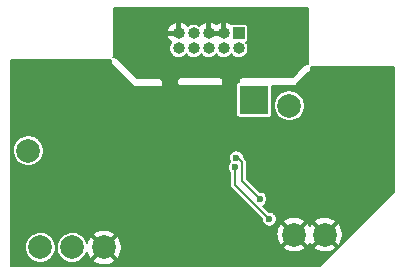
<source format=gbr>
%TF.GenerationSoftware,KiCad,Pcbnew,(5.99.0-2195-g476558ece)*%
%TF.CreationDate,2021-12-21T14:22:00-08:00*%
%TF.ProjectId,wwu_pico1,7777755f-7069-4636-9f31-2e6b69636164,rev?*%
%TF.SameCoordinates,Original*%
%TF.FileFunction,Copper,L2,Bot*%
%TF.FilePolarity,Positive*%
%FSLAX46Y46*%
G04 Gerber Fmt 4.6, Leading zero omitted, Abs format (unit mm)*
G04 Created by KiCad (PCBNEW (5.99.0-2195-g476558ece)) date 2021-12-21 14:22:00*
%MOMM*%
%LPD*%
G01*
G04 APERTURE LIST*
%TA.AperFunction,ComponentPad*%
%ADD10C,1.998980*%
%TD*%
%TA.AperFunction,ComponentPad*%
%ADD11R,1.000000X1.000000*%
%TD*%
%TA.AperFunction,ComponentPad*%
%ADD12O,1.000000X1.000000*%
%TD*%
%TA.AperFunction,ComponentPad*%
%ADD13R,2.400000X2.400000*%
%TD*%
%TA.AperFunction,ComponentPad*%
%ADD14C,2.400000*%
%TD*%
%TA.AperFunction,ViaPad*%
%ADD15C,0.600000*%
%TD*%
%TA.AperFunction,Conductor*%
%ADD16C,0.203200*%
%TD*%
%TA.AperFunction,Conductor*%
%ADD17C,0.210000*%
%TD*%
G04 APERTURE END LIST*
D10*
%TO.P,J7,1,Pin_1*%
%TO.N,GND*%
X127300000Y-86600000D03*
%TD*%
%TO.P,J6,1,Pin_1*%
%TO.N,Net-(D4-Pad2)*%
X124600000Y-86600000D03*
%TD*%
%TO.P,J5,1,Pin_1*%
%TO.N,GND*%
X143400000Y-85500000D03*
%TD*%
%TO.P,J4,1,Pin_1*%
%TO.N,Net-(D3-Pad2)*%
X121900000Y-86600000D03*
%TD*%
%TO.P,J3,1,Pin_1*%
%TO.N,GND*%
X146000000Y-85500000D03*
%TD*%
%TO.P,J2,1,Pin_1*%
%TO.N,Net-(D2-Pad2)*%
X120900000Y-78400000D03*
%TD*%
D11*
%TO.P,J1,1,Pin_1*%
%TO.N,VDD*%
X138694134Y-68471908D03*
D12*
%TO.P,J1,2,Pin_2*%
%TO.N,/SWDIO*%
X138694134Y-69741908D03*
%TO.P,J1,3,Pin_3*%
%TO.N,GND*%
X137424134Y-68471908D03*
%TO.P,J1,4,Pin_4*%
%TO.N,/SWDCLK*%
X137424134Y-69741908D03*
%TO.P,J1,5,Pin_5*%
%TO.N,GND*%
X136154134Y-68471908D03*
%TO.P,J1,6,Pin_6*%
%TO.N,/SWO*%
X136154134Y-69741908D03*
%TO.P,J1,7,Pin_7*%
%TO.N,Net-(J1-Pad7)*%
X134884134Y-68471908D03*
%TO.P,J1,8,Pin_8*%
%TO.N,Net-(J1-Pad8)*%
X134884134Y-69741908D03*
%TO.P,J1,9,Pin_9*%
%TO.N,GND*%
X133614134Y-68471908D03*
%TO.P,J1,10,Pin_10*%
%TO.N,/~RESET*%
X133614134Y-69741908D03*
%TD*%
D10*
%TO.P,H2,1,1*%
%TO.N,GND*%
X145500000Y-76900000D03*
%TD*%
%TO.P,H1,1,1*%
%TO.N,Net-(C12-Pad2)*%
X143000000Y-74600000D03*
%TD*%
D13*
%TO.P,C4,1*%
%TO.N,VDD*%
X140000000Y-74100000D03*
D14*
%TO.P,C4,2*%
%TO.N,GND*%
X135000000Y-74100000D03*
%TD*%
D15*
%TO.N,GND*%
X129000000Y-73100000D03*
X149925000Y-81425000D03*
X150700000Y-72500000D03*
X151400000Y-71800000D03*
X145200000Y-75300000D03*
X145800000Y-74700000D03*
X144600000Y-74700000D03*
X147250000Y-79950000D03*
X146450000Y-79950000D03*
X146850000Y-79400000D03*
X146850000Y-78750000D03*
X125400000Y-73400000D03*
X126000000Y-72800000D03*
X122500000Y-72100000D03*
X123100000Y-71500000D03*
X127200000Y-78000000D03*
X130050000Y-78050000D03*
X128700000Y-78200000D03*
X125000000Y-80100000D03*
X130200000Y-84700000D03*
X134800000Y-84700000D03*
X141000000Y-87200000D03*
X141600000Y-86600000D03*
X135900000Y-81300000D03*
X139000000Y-82900000D03*
X140700000Y-81600000D03*
X142500000Y-79800000D03*
%TO.N,Net-(U2-Pad18)*%
X140500000Y-82500000D03*
X138500000Y-79000000D03*
%TO.N,Net-(U2-Pad17)*%
X138400000Y-79800000D03*
X141300000Y-84200000D03*
%TO.N,GND*%
X122500000Y-77900000D03*
X123300000Y-77200000D03*
%TD*%
D16*
%TO.N,Net-(U2-Pad18)*%
X139000000Y-81000000D02*
X139000000Y-79400000D01*
X140500000Y-82500000D02*
X139000000Y-81000000D01*
X138600000Y-79000000D02*
X138500000Y-79000000D01*
X139000000Y-79400000D02*
X138600000Y-79000000D01*
%TO.N,Net-(U2-Pad17)*%
X141300000Y-84200000D02*
X138400000Y-81300000D01*
X138400000Y-81300000D02*
X138400000Y-79800000D01*
%TD*%
%TO.N,GND*%
D17*
X144586001Y-70992231D02*
X144585943Y-71059343D01*
X144591132Y-71082184D01*
X144599349Y-71099296D01*
X144582722Y-71091276D01*
X144559892Y-71086047D01*
X144553663Y-71086041D01*
X144547789Y-71083979D01*
X144524520Y-71081328D01*
X144482721Y-71085979D01*
X144440657Y-71085943D01*
X144417816Y-71091133D01*
X144412208Y-71093826D01*
X144405998Y-71094517D01*
X144383837Y-71102245D01*
X144348463Y-71124435D01*
X144310336Y-71142744D01*
X144292005Y-71157325D01*
X144265618Y-71190319D01*
X143269938Y-72186000D01*
X139006621Y-72186000D01*
X138940657Y-72185943D01*
X138917816Y-72191132D01*
X138895826Y-72201692D01*
X138872043Y-72207117D01*
X138850937Y-72217274D01*
X138832075Y-72232304D01*
X138810334Y-72242744D01*
X138792004Y-72257325D01*
X138776768Y-72276376D01*
X138757688Y-72291580D01*
X138743076Y-72309885D01*
X138732598Y-72331608D01*
X138717519Y-72350464D01*
X138707315Y-72371598D01*
X138701895Y-72395262D01*
X138691276Y-72417278D01*
X138686046Y-72440111D01*
X138686020Y-72470344D01*
X138686000Y-72470520D01*
X138686000Y-72493378D01*
X138685943Y-72559330D01*
X138686000Y-72559581D01*
X138686000Y-72593378D01*
X138685992Y-72602899D01*
X138668799Y-72610021D01*
X138582302Y-72667817D01*
X138567817Y-72682302D01*
X138510021Y-72768799D01*
X138502181Y-72787726D01*
X138482888Y-72884722D01*
X138481886Y-72894891D01*
X138481886Y-75305109D01*
X138482888Y-75315278D01*
X138502181Y-75412274D01*
X138510021Y-75431201D01*
X138567817Y-75517698D01*
X138582302Y-75532183D01*
X138668799Y-75589979D01*
X138687726Y-75597819D01*
X138784722Y-75617112D01*
X138794891Y-75618114D01*
X141205109Y-75618114D01*
X141215278Y-75617112D01*
X141312274Y-75597819D01*
X141331201Y-75589979D01*
X141417698Y-75532183D01*
X141432183Y-75517698D01*
X141489979Y-75431201D01*
X141497819Y-75412274D01*
X141517112Y-75315278D01*
X141518114Y-75305109D01*
X141518114Y-74570119D01*
X141681952Y-74570119D01*
X141696091Y-74794841D01*
X141697492Y-74803998D01*
X141751202Y-75022663D01*
X141754202Y-75031427D01*
X141845785Y-75237127D01*
X141850290Y-75245221D01*
X141976852Y-75431451D01*
X141982719Y-75438620D01*
X142140261Y-75599494D01*
X142147304Y-75605510D01*
X142330843Y-75735945D01*
X142338841Y-75740619D01*
X142542577Y-75836489D01*
X142551276Y-75839673D01*
X142768770Y-75897950D01*
X142777895Y-75899543D01*
X143002271Y-75918384D01*
X143011534Y-75918335D01*
X143235701Y-75897146D01*
X143244809Y-75895457D01*
X143461681Y-75834906D01*
X143470346Y-75831632D01*
X143673067Y-75733632D01*
X143681016Y-75728875D01*
X143863179Y-75596526D01*
X143870159Y-75590437D01*
X144026007Y-75427921D01*
X144031799Y-75420691D01*
X144156403Y-75233146D01*
X144160823Y-75225005D01*
X144250247Y-75018359D01*
X144253156Y-75009564D01*
X144304729Y-74789682D01*
X144306088Y-74779141D01*
X144313673Y-74489459D01*
X144312867Y-74478862D01*
X144272873Y-74256583D01*
X144270429Y-74247648D01*
X144191943Y-74036604D01*
X144187955Y-74028243D01*
X144073335Y-73834433D01*
X144067930Y-73826910D01*
X143920802Y-73656461D01*
X143914150Y-73650015D01*
X143739163Y-73508313D01*
X143731474Y-73503147D01*
X143534161Y-73394672D01*
X143525679Y-73390948D01*
X143312273Y-73319130D01*
X143303265Y-73316967D01*
X143080514Y-73284075D01*
X143071267Y-73283542D01*
X142846212Y-73290614D01*
X142837016Y-73291727D01*
X142616771Y-73338542D01*
X142607917Y-73341265D01*
X142399442Y-73426343D01*
X142391211Y-73430591D01*
X142201097Y-73551241D01*
X142193748Y-73556880D01*
X142028004Y-73709289D01*
X142021769Y-73716140D01*
X141885634Y-73895492D01*
X141880712Y-73903339D01*
X141778489Y-74103964D01*
X141775034Y-74112559D01*
X141709953Y-74328115D01*
X141708075Y-74337186D01*
X141682195Y-74560859D01*
X141681952Y-74570119D01*
X141518114Y-74570119D01*
X141518114Y-72914000D01*
X143346453Y-72914000D01*
X143352208Y-72916021D01*
X143375480Y-72918672D01*
X143417466Y-72914000D01*
X143429511Y-72914000D01*
X143441112Y-72912693D01*
X143452450Y-72910107D01*
X143494001Y-72905483D01*
X143516160Y-72897756D01*
X143521628Y-72894326D01*
X143527959Y-72892882D01*
X143549064Y-72882725D01*
X143582146Y-72856363D01*
X143592049Y-72850151D01*
X143601215Y-72842847D01*
X143609480Y-72834582D01*
X143642312Y-72808420D01*
X143656925Y-72790114D01*
X143659699Y-72784363D01*
X144684166Y-71759897D01*
X144689666Y-71757256D01*
X144707997Y-71742675D01*
X144734386Y-71709677D01*
X144742898Y-71701165D01*
X144750179Y-71692036D01*
X144756367Y-71682191D01*
X144782478Y-71649540D01*
X144792684Y-71628407D01*
X144794126Y-71622113D01*
X144797579Y-71616618D01*
X144805320Y-71594513D01*
X144810072Y-71552485D01*
X144812683Y-71541085D01*
X144814000Y-71529438D01*
X144814000Y-71517744D01*
X144818715Y-71476036D01*
X144816104Y-71452758D01*
X144814000Y-71446733D01*
X144814000Y-71417744D01*
X144818715Y-71376036D01*
X144816104Y-71352758D01*
X144802237Y-71313050D01*
X144799269Y-71300037D01*
X144817279Y-71308725D01*
X144840112Y-71313954D01*
X144870343Y-71313980D01*
X144870519Y-71314000D01*
X144893379Y-71314000D01*
X144959330Y-71314057D01*
X144959581Y-71314000D01*
X151886000Y-71314000D01*
X151886001Y-81869936D01*
X145569938Y-88186000D01*
X119414000Y-88186000D01*
X119414000Y-86570119D01*
X120581952Y-86570119D01*
X120596091Y-86794841D01*
X120597492Y-86803998D01*
X120651202Y-87022663D01*
X120654202Y-87031427D01*
X120745785Y-87237127D01*
X120750290Y-87245221D01*
X120876852Y-87431451D01*
X120882719Y-87438620D01*
X121040261Y-87599494D01*
X121047304Y-87605510D01*
X121230843Y-87735945D01*
X121238841Y-87740619D01*
X121442577Y-87836489D01*
X121451276Y-87839673D01*
X121668770Y-87897950D01*
X121677895Y-87899543D01*
X121902271Y-87918384D01*
X121911534Y-87918335D01*
X122135701Y-87897146D01*
X122144809Y-87895457D01*
X122361681Y-87834906D01*
X122370346Y-87831632D01*
X122573067Y-87733632D01*
X122581016Y-87728875D01*
X122763179Y-87596526D01*
X122770159Y-87590437D01*
X122926007Y-87427921D01*
X122931799Y-87420691D01*
X123056403Y-87233146D01*
X123060823Y-87225005D01*
X123150247Y-87018359D01*
X123153156Y-87009564D01*
X123204729Y-86789682D01*
X123206088Y-86779141D01*
X123211561Y-86570119D01*
X123281952Y-86570119D01*
X123296091Y-86794841D01*
X123297492Y-86803998D01*
X123351202Y-87022663D01*
X123354202Y-87031427D01*
X123445785Y-87237127D01*
X123450290Y-87245221D01*
X123576852Y-87431451D01*
X123582719Y-87438620D01*
X123740261Y-87599494D01*
X123747304Y-87605510D01*
X123930843Y-87735945D01*
X123938841Y-87740619D01*
X124142577Y-87836489D01*
X124151276Y-87839673D01*
X124368770Y-87897950D01*
X124377895Y-87899543D01*
X124602271Y-87918384D01*
X124611534Y-87918335D01*
X124835701Y-87897146D01*
X124844809Y-87895457D01*
X125061681Y-87834906D01*
X125070346Y-87831632D01*
X125273067Y-87733632D01*
X125281016Y-87728875D01*
X125347188Y-87680798D01*
X126354967Y-87680798D01*
X126361399Y-87775151D01*
X126489070Y-87872058D01*
X126496512Y-87876772D01*
X126714992Y-87990505D01*
X126723121Y-87993897D01*
X126957641Y-88069194D01*
X126966226Y-88071168D01*
X127210079Y-88105873D01*
X127218873Y-88106372D01*
X127465088Y-88099495D01*
X127473842Y-88098506D01*
X127715377Y-88050242D01*
X127723837Y-88047792D01*
X127953789Y-87959522D01*
X127961716Y-87955681D01*
X128173507Y-87829929D01*
X128180673Y-87824808D01*
X128242096Y-87772533D01*
X128245752Y-87681517D01*
X127343078Y-86778842D01*
X127256922Y-86778842D01*
X126354967Y-87680798D01*
X125347188Y-87680798D01*
X125463179Y-87596526D01*
X125470159Y-87590437D01*
X125626007Y-87427921D01*
X125631799Y-87420691D01*
X125756403Y-87233146D01*
X125760823Y-87225005D01*
X125850247Y-87018359D01*
X125852821Y-87010578D01*
X125870935Y-87083231D01*
X125873781Y-87091568D01*
X125972785Y-87317106D01*
X125976995Y-87324843D01*
X126117724Y-87538270D01*
X126215984Y-87548251D01*
X127121158Y-86643078D01*
X127121158Y-86556922D01*
X127478842Y-86556922D01*
X127478842Y-86643078D01*
X128381200Y-87545436D01*
X128472740Y-87541360D01*
X128532446Y-87469952D01*
X128537505Y-87462741D01*
X128661404Y-87249860D01*
X128665175Y-87241900D01*
X128751435Y-87011187D01*
X128753812Y-87002705D01*
X128800012Y-86760512D01*
X128800933Y-86751249D01*
X128802569Y-86580798D01*
X142454967Y-86580798D01*
X142461399Y-86675151D01*
X142589070Y-86772058D01*
X142596512Y-86776772D01*
X142814992Y-86890505D01*
X142823121Y-86893897D01*
X143057641Y-86969194D01*
X143066226Y-86971168D01*
X143310079Y-87005873D01*
X143318873Y-87006372D01*
X143565088Y-86999495D01*
X143573842Y-86998506D01*
X143815377Y-86950242D01*
X143823837Y-86947792D01*
X144053789Y-86859522D01*
X144061716Y-86855681D01*
X144273507Y-86729929D01*
X144280673Y-86724808D01*
X144342096Y-86672533D01*
X144345752Y-86581517D01*
X144345034Y-86580798D01*
X145054967Y-86580798D01*
X145061399Y-86675151D01*
X145189070Y-86772058D01*
X145196512Y-86776772D01*
X145414992Y-86890505D01*
X145423121Y-86893897D01*
X145657641Y-86969194D01*
X145666226Y-86971168D01*
X145910079Y-87005873D01*
X145918873Y-87006372D01*
X146165088Y-86999495D01*
X146173842Y-86998506D01*
X146415377Y-86950242D01*
X146423837Y-86947792D01*
X146653789Y-86859522D01*
X146661716Y-86855681D01*
X146873507Y-86729929D01*
X146880673Y-86724808D01*
X146942096Y-86672533D01*
X146945752Y-86581517D01*
X146043078Y-85678842D01*
X145956922Y-85678842D01*
X145054967Y-86580798D01*
X144345034Y-86580798D01*
X143443078Y-85678842D01*
X143356922Y-85678842D01*
X142454967Y-86580798D01*
X128802569Y-86580798D01*
X128803560Y-86477593D01*
X128802817Y-86468314D01*
X128761274Y-86225278D01*
X128759061Y-86216751D01*
X128677246Y-85984426D01*
X128673628Y-85976395D01*
X128553839Y-85761176D01*
X128548920Y-85753869D01*
X128473461Y-85660014D01*
X128380771Y-85654994D01*
X127478842Y-86556922D01*
X127121158Y-86556922D01*
X126217378Y-85653142D01*
X126120242Y-85662068D01*
X125991154Y-85849893D01*
X125986797Y-85857548D01*
X125883481Y-86081143D01*
X125880475Y-86089423D01*
X125851509Y-86196775D01*
X125791943Y-86036604D01*
X125787955Y-86028243D01*
X125673335Y-85834433D01*
X125667930Y-85826910D01*
X125520802Y-85656461D01*
X125514150Y-85650015D01*
X125352027Y-85518730D01*
X126354495Y-85518730D01*
X127256922Y-86421158D01*
X127343078Y-86421158D01*
X128246712Y-85517524D01*
X128245870Y-85489924D01*
X141891479Y-85489924D01*
X141909946Y-85735541D01*
X141911347Y-85744237D01*
X141970935Y-85983231D01*
X141973781Y-85991568D01*
X142072785Y-86217106D01*
X142076995Y-86224843D01*
X142217724Y-86438270D01*
X142315984Y-86448251D01*
X143221158Y-85543078D01*
X143221158Y-85456922D01*
X143578842Y-85456922D01*
X143578842Y-85543078D01*
X144481200Y-86445436D01*
X144572740Y-86441360D01*
X144632446Y-86369952D01*
X144637505Y-86362741D01*
X144698649Y-86257684D01*
X144817724Y-86438270D01*
X144915984Y-86448251D01*
X145821158Y-85543078D01*
X145821158Y-85456922D01*
X146178842Y-85456922D01*
X146178842Y-85543078D01*
X147081200Y-86445436D01*
X147172740Y-86441360D01*
X147232446Y-86369952D01*
X147237505Y-86362741D01*
X147361404Y-86149860D01*
X147365175Y-86141900D01*
X147451435Y-85911187D01*
X147453812Y-85902705D01*
X147500012Y-85660512D01*
X147500933Y-85651249D01*
X147503560Y-85377593D01*
X147502817Y-85368314D01*
X147461274Y-85125278D01*
X147459061Y-85116751D01*
X147377246Y-84884426D01*
X147373628Y-84876395D01*
X147253839Y-84661176D01*
X147248920Y-84653869D01*
X147173461Y-84560014D01*
X147080771Y-84554994D01*
X146178842Y-85456922D01*
X145821158Y-85456922D01*
X144917378Y-84553142D01*
X144820242Y-84562068D01*
X144697820Y-84740194D01*
X144653839Y-84661176D01*
X144648920Y-84653869D01*
X144573461Y-84560014D01*
X144480771Y-84554994D01*
X143578842Y-85456922D01*
X143221158Y-85456922D01*
X142317378Y-84553142D01*
X142220242Y-84562068D01*
X142091154Y-84749893D01*
X142086797Y-84757548D01*
X141983481Y-84981143D01*
X141980475Y-84989423D01*
X141916310Y-85227230D01*
X141914743Y-85235898D01*
X141891563Y-85481115D01*
X141891479Y-85489924D01*
X128245870Y-85489924D01*
X128243968Y-85427666D01*
X128204027Y-85392327D01*
X128196958Y-85387068D01*
X127987620Y-85257272D01*
X127979768Y-85253280D01*
X127751553Y-85160612D01*
X127743141Y-85158000D01*
X127502577Y-85105108D01*
X127493845Y-85103951D01*
X127247807Y-85092348D01*
X127239004Y-85092678D01*
X126994530Y-85122696D01*
X126985909Y-85124505D01*
X126749987Y-85195285D01*
X126741794Y-85198521D01*
X126521171Y-85308038D01*
X126513640Y-85312608D01*
X126361926Y-85423239D01*
X126354495Y-85518730D01*
X125352027Y-85518730D01*
X125339163Y-85508313D01*
X125331474Y-85503147D01*
X125134161Y-85394672D01*
X125125679Y-85390948D01*
X124912273Y-85319130D01*
X124903265Y-85316967D01*
X124680514Y-85284075D01*
X124671267Y-85283542D01*
X124446212Y-85290614D01*
X124437016Y-85291727D01*
X124216771Y-85338542D01*
X124207917Y-85341265D01*
X123999442Y-85426343D01*
X123991211Y-85430591D01*
X123801097Y-85551241D01*
X123793748Y-85556880D01*
X123628004Y-85709289D01*
X123621769Y-85716140D01*
X123485634Y-85895492D01*
X123480712Y-85903339D01*
X123378489Y-86103964D01*
X123375034Y-86112559D01*
X123309953Y-86328115D01*
X123308075Y-86337186D01*
X123282195Y-86560859D01*
X123281952Y-86570119D01*
X123211561Y-86570119D01*
X123213673Y-86489459D01*
X123212867Y-86478862D01*
X123172873Y-86256583D01*
X123170429Y-86247648D01*
X123091943Y-86036604D01*
X123087955Y-86028243D01*
X122973335Y-85834433D01*
X122967930Y-85826910D01*
X122820802Y-85656461D01*
X122814150Y-85650015D01*
X122639163Y-85508313D01*
X122631474Y-85503147D01*
X122434161Y-85394672D01*
X122425679Y-85390948D01*
X122212273Y-85319130D01*
X122203265Y-85316967D01*
X121980514Y-85284075D01*
X121971267Y-85283542D01*
X121746212Y-85290614D01*
X121737016Y-85291727D01*
X121516771Y-85338542D01*
X121507917Y-85341265D01*
X121299442Y-85426343D01*
X121291211Y-85430591D01*
X121101097Y-85551241D01*
X121093748Y-85556880D01*
X120928004Y-85709289D01*
X120921769Y-85716140D01*
X120785634Y-85895492D01*
X120780712Y-85903339D01*
X120678489Y-86103964D01*
X120675034Y-86112559D01*
X120609953Y-86328115D01*
X120608075Y-86337186D01*
X120582195Y-86560859D01*
X120581952Y-86570119D01*
X119414000Y-86570119D01*
X119414000Y-78370119D01*
X119581952Y-78370119D01*
X119596091Y-78594841D01*
X119597492Y-78603998D01*
X119651202Y-78822663D01*
X119654202Y-78831427D01*
X119745785Y-79037127D01*
X119750290Y-79045221D01*
X119876852Y-79231451D01*
X119882719Y-79238620D01*
X120040261Y-79399494D01*
X120047304Y-79405510D01*
X120230843Y-79535945D01*
X120238841Y-79540619D01*
X120442577Y-79636489D01*
X120451276Y-79639673D01*
X120668770Y-79697950D01*
X120677895Y-79699543D01*
X120902271Y-79718384D01*
X120911534Y-79718335D01*
X121098926Y-79700622D01*
X137784000Y-79700622D01*
X137784000Y-79899378D01*
X137787160Y-79917299D01*
X137855139Y-80104069D01*
X137864238Y-80119829D01*
X137982401Y-80260650D01*
X137982400Y-81228783D01*
X137978398Y-81240178D01*
X137975747Y-81263450D01*
X137982400Y-81323235D01*
X137982400Y-81341188D01*
X137983707Y-81352790D01*
X137987578Y-81369761D01*
X137994165Y-81428948D01*
X138001891Y-81451106D01*
X138008559Y-81461736D01*
X138011366Y-81474041D01*
X138021523Y-81495146D01*
X138059090Y-81542289D01*
X138068368Y-81557081D01*
X138075672Y-81566247D01*
X138088021Y-81578596D01*
X138125284Y-81625358D01*
X138143590Y-81639972D01*
X138154808Y-81645383D01*
X140684000Y-84174575D01*
X140684000Y-84299378D01*
X140687160Y-84317299D01*
X140755139Y-84504069D01*
X140764238Y-84519829D01*
X140891996Y-84672085D01*
X140905936Y-84683782D01*
X141078064Y-84783160D01*
X141095164Y-84789384D01*
X141290901Y-84823898D01*
X141309099Y-84823898D01*
X141504836Y-84789384D01*
X141521936Y-84783160D01*
X141694064Y-84683782D01*
X141708004Y-84672085D01*
X141835762Y-84519829D01*
X141844861Y-84504069D01*
X141875921Y-84418730D01*
X142454495Y-84418730D01*
X143356922Y-85321158D01*
X143443078Y-85321158D01*
X144345506Y-84418730D01*
X145054495Y-84418730D01*
X145956922Y-85321158D01*
X146043078Y-85321158D01*
X146946712Y-84417524D01*
X146943968Y-84327666D01*
X146904027Y-84292327D01*
X146896958Y-84287068D01*
X146687620Y-84157272D01*
X146679768Y-84153280D01*
X146451553Y-84060612D01*
X146443141Y-84058000D01*
X146202577Y-84005108D01*
X146193845Y-84003951D01*
X145947807Y-83992348D01*
X145939004Y-83992678D01*
X145694530Y-84022696D01*
X145685909Y-84024505D01*
X145449987Y-84095285D01*
X145441794Y-84098521D01*
X145221171Y-84208038D01*
X145213640Y-84212608D01*
X145061926Y-84323239D01*
X145054495Y-84418730D01*
X144345506Y-84418730D01*
X144346712Y-84417524D01*
X144343968Y-84327666D01*
X144304027Y-84292327D01*
X144296958Y-84287068D01*
X144087620Y-84157272D01*
X144079768Y-84153280D01*
X143851553Y-84060612D01*
X143843141Y-84058000D01*
X143602577Y-84005108D01*
X143593845Y-84003951D01*
X143347807Y-83992348D01*
X143339004Y-83992678D01*
X143094530Y-84022696D01*
X143085909Y-84024505D01*
X142849987Y-84095285D01*
X142841794Y-84098521D01*
X142621171Y-84208038D01*
X142613640Y-84212608D01*
X142461926Y-84323239D01*
X142454495Y-84418730D01*
X141875921Y-84418730D01*
X141912840Y-84317299D01*
X141916000Y-84299378D01*
X141916000Y-84100622D01*
X141912840Y-84082701D01*
X141844861Y-83895931D01*
X141835762Y-83880171D01*
X141708004Y-83727915D01*
X141694064Y-83716218D01*
X141521936Y-83616840D01*
X141504836Y-83610616D01*
X141309099Y-83576102D01*
X141290902Y-83576102D01*
X141270308Y-83579733D01*
X140754775Y-83064200D01*
X140894064Y-82983782D01*
X140908004Y-82972085D01*
X141035762Y-82819829D01*
X141044861Y-82804069D01*
X141112840Y-82617299D01*
X141116000Y-82599378D01*
X141116000Y-82400622D01*
X141112840Y-82382701D01*
X141044861Y-82195931D01*
X141035762Y-82180171D01*
X140908004Y-82027915D01*
X140894064Y-82016218D01*
X140721936Y-81916840D01*
X140704836Y-81910616D01*
X140509099Y-81876102D01*
X140490902Y-81876102D01*
X140470308Y-81879733D01*
X139417600Y-80827026D01*
X139417600Y-79471216D01*
X139421602Y-79459821D01*
X139424253Y-79436549D01*
X139417600Y-79376764D01*
X139417600Y-79358811D01*
X139416293Y-79347209D01*
X139412422Y-79330238D01*
X139405835Y-79271050D01*
X139398108Y-79248891D01*
X139391441Y-79238263D01*
X139388634Y-79225958D01*
X139378477Y-79204853D01*
X139340912Y-79157713D01*
X139331632Y-79142919D01*
X139324327Y-79133752D01*
X139311984Y-79121409D01*
X139274716Y-79074642D01*
X139256412Y-79060029D01*
X139245192Y-79054617D01*
X139116000Y-78925426D01*
X139116000Y-78900622D01*
X139112840Y-78882701D01*
X139044861Y-78695931D01*
X139035762Y-78680171D01*
X138908004Y-78527915D01*
X138894064Y-78516218D01*
X138721936Y-78416840D01*
X138704836Y-78410616D01*
X138509099Y-78376102D01*
X138490901Y-78376102D01*
X138295164Y-78410616D01*
X138278064Y-78416840D01*
X138105936Y-78516218D01*
X138091996Y-78527915D01*
X137964238Y-78680171D01*
X137955139Y-78695931D01*
X137887160Y-78882701D01*
X137884000Y-78900622D01*
X137884000Y-79099378D01*
X137887160Y-79117299D01*
X137955139Y-79304069D01*
X137964238Y-79319829D01*
X137981509Y-79340412D01*
X137864238Y-79480171D01*
X137855139Y-79495931D01*
X137787160Y-79682701D01*
X137784000Y-79700622D01*
X121098926Y-79700622D01*
X121135701Y-79697146D01*
X121144809Y-79695457D01*
X121361681Y-79634906D01*
X121370346Y-79631632D01*
X121573067Y-79533632D01*
X121581016Y-79528875D01*
X121763179Y-79396526D01*
X121770159Y-79390437D01*
X121926007Y-79227921D01*
X121931799Y-79220691D01*
X122056403Y-79033146D01*
X122060823Y-79025005D01*
X122150247Y-78818359D01*
X122153156Y-78809564D01*
X122204729Y-78589682D01*
X122206088Y-78579141D01*
X122213673Y-78289459D01*
X122212867Y-78278862D01*
X122172873Y-78056583D01*
X122170429Y-78047648D01*
X122091943Y-77836604D01*
X122087955Y-77828243D01*
X121973335Y-77634433D01*
X121967930Y-77626910D01*
X121820802Y-77456461D01*
X121814150Y-77450015D01*
X121639163Y-77308313D01*
X121631474Y-77303147D01*
X121434161Y-77194672D01*
X121425679Y-77190948D01*
X121212273Y-77119130D01*
X121203265Y-77116967D01*
X120980514Y-77084075D01*
X120971267Y-77083542D01*
X120746212Y-77090614D01*
X120737016Y-77091727D01*
X120516771Y-77138542D01*
X120507917Y-77141265D01*
X120299442Y-77226343D01*
X120291211Y-77230591D01*
X120101097Y-77351241D01*
X120093748Y-77356880D01*
X119928004Y-77509289D01*
X119921769Y-77516140D01*
X119785634Y-77695492D01*
X119780712Y-77703339D01*
X119678489Y-77903964D01*
X119675034Y-77912559D01*
X119609953Y-78128115D01*
X119608075Y-78137186D01*
X119582195Y-78360859D01*
X119581952Y-78370119D01*
X119414000Y-78370119D01*
X119414000Y-70714000D01*
X127793378Y-70714000D01*
X127859342Y-70714057D01*
X127882183Y-70708868D01*
X127900830Y-70699914D01*
X127897993Y-70712300D01*
X127883979Y-70752209D01*
X127881328Y-70775480D01*
X127886000Y-70817466D01*
X127886000Y-70846453D01*
X127883979Y-70852208D01*
X127881328Y-70875480D01*
X127886000Y-70917466D01*
X127886000Y-70929511D01*
X127887307Y-70941112D01*
X127889893Y-70952450D01*
X127894517Y-70994001D01*
X127902244Y-71016160D01*
X127905674Y-71021628D01*
X127907118Y-71027959D01*
X127917275Y-71049063D01*
X127943637Y-71082146D01*
X127949851Y-71092052D01*
X127957154Y-71101216D01*
X127965418Y-71109480D01*
X127991581Y-71142312D01*
X128009887Y-71156925D01*
X128015636Y-71159698D01*
X129740103Y-72884166D01*
X129742744Y-72889666D01*
X129757325Y-72907997D01*
X129790323Y-72934386D01*
X129798835Y-72942898D01*
X129807962Y-72950178D01*
X129817807Y-72956365D01*
X129850461Y-72982479D01*
X129871596Y-72992685D01*
X129877884Y-72994125D01*
X129883379Y-72997579D01*
X129905487Y-73005320D01*
X129947510Y-73010071D01*
X129958913Y-73012683D01*
X129970561Y-73014000D01*
X129982262Y-73014000D01*
X130023964Y-73018714D01*
X130047240Y-73016104D01*
X130053265Y-73014000D01*
X131993378Y-73014000D01*
X132059342Y-73014057D01*
X132082183Y-73008868D01*
X132104173Y-72998308D01*
X132127956Y-72992883D01*
X132149062Y-72982726D01*
X132167924Y-72967696D01*
X132189666Y-72957256D01*
X132207998Y-72942674D01*
X132223231Y-72923624D01*
X132242310Y-72908422D01*
X132256924Y-72890116D01*
X132267402Y-72868393D01*
X132282480Y-72849538D01*
X132292685Y-72828405D01*
X132298105Y-72804740D01*
X132308725Y-72782721D01*
X132313954Y-72759889D01*
X132313980Y-72729657D01*
X132314000Y-72729481D01*
X132314000Y-72706622D01*
X132314057Y-72640670D01*
X132314000Y-72640419D01*
X132314000Y-72606622D01*
X132314040Y-72559330D01*
X133485943Y-72559330D01*
X133486000Y-72559581D01*
X133486000Y-72593378D01*
X133485943Y-72659343D01*
X133491132Y-72682183D01*
X133501692Y-72704175D01*
X133507117Y-72727957D01*
X133517274Y-72749062D01*
X133532303Y-72767923D01*
X133542744Y-72789666D01*
X133557324Y-72807996D01*
X133576377Y-72823233D01*
X133591580Y-72842312D01*
X133609885Y-72856924D01*
X133631606Y-72867401D01*
X133650462Y-72882480D01*
X133671595Y-72892685D01*
X133695260Y-72898105D01*
X133717279Y-72908725D01*
X133740111Y-72913954D01*
X133770343Y-72913980D01*
X133770519Y-72914000D01*
X133793378Y-72914000D01*
X133859329Y-72914057D01*
X133859580Y-72914000D01*
X137093379Y-72914000D01*
X137159343Y-72914057D01*
X137182184Y-72908868D01*
X137204174Y-72898308D01*
X137227957Y-72892883D01*
X137249063Y-72882726D01*
X137267925Y-72867696D01*
X137289666Y-72857256D01*
X137307998Y-72842674D01*
X137323231Y-72823624D01*
X137342310Y-72808422D01*
X137356924Y-72790116D01*
X137367402Y-72768393D01*
X137382480Y-72749538D01*
X137392685Y-72728405D01*
X137398105Y-72704740D01*
X137408725Y-72682721D01*
X137413954Y-72659889D01*
X137413980Y-72629656D01*
X137414000Y-72629480D01*
X137414000Y-72606622D01*
X137414057Y-72540670D01*
X137414000Y-72540419D01*
X137414000Y-72506162D01*
X137414057Y-72440657D01*
X137408868Y-72417816D01*
X137398308Y-72395826D01*
X137392883Y-72372043D01*
X137382726Y-72350937D01*
X137367696Y-72332075D01*
X137357256Y-72310334D01*
X137342674Y-72292002D01*
X137323624Y-72276769D01*
X137308422Y-72257690D01*
X137290116Y-72243076D01*
X137268393Y-72232598D01*
X137249538Y-72217520D01*
X137228404Y-72207315D01*
X137204736Y-72201895D01*
X137182721Y-72191275D01*
X137159888Y-72186046D01*
X137129657Y-72186020D01*
X137129481Y-72186000D01*
X137106621Y-72186000D01*
X137040670Y-72185943D01*
X137040419Y-72186000D01*
X133806622Y-72186000D01*
X133740659Y-72185943D01*
X133717820Y-72191132D01*
X133695828Y-72201691D01*
X133672041Y-72207118D01*
X133650936Y-72217275D01*
X133632073Y-72232306D01*
X133610335Y-72242744D01*
X133592004Y-72257325D01*
X133576769Y-72276375D01*
X133557689Y-72291579D01*
X133543075Y-72309886D01*
X133532597Y-72331609D01*
X133517521Y-72350460D01*
X133507316Y-72371594D01*
X133501896Y-72395259D01*
X133491275Y-72417279D01*
X133486046Y-72440111D01*
X133486020Y-72470343D01*
X133486000Y-72470519D01*
X133486000Y-72493378D01*
X133485943Y-72559330D01*
X132314040Y-72559330D01*
X132314057Y-72540657D01*
X132308868Y-72517817D01*
X132298308Y-72495824D01*
X132292883Y-72472042D01*
X132282726Y-72450937D01*
X132267696Y-72432075D01*
X132257256Y-72410334D01*
X132242674Y-72392002D01*
X132223624Y-72376769D01*
X132208422Y-72357690D01*
X132190116Y-72343076D01*
X132168393Y-72332598D01*
X132149538Y-72317520D01*
X132128405Y-72307315D01*
X132104740Y-72301895D01*
X132082721Y-72291275D01*
X132059889Y-72286046D01*
X132029657Y-72286020D01*
X132029481Y-72286000D01*
X132006622Y-72286000D01*
X131940671Y-72285943D01*
X131940420Y-72286000D01*
X130130063Y-72286000D01*
X128434582Y-70590520D01*
X128408420Y-70557688D01*
X128390114Y-70543075D01*
X128352222Y-70524799D01*
X128316619Y-70502422D01*
X128294513Y-70494680D01*
X128288331Y-70493981D01*
X128282721Y-70491275D01*
X128259888Y-70486046D01*
X128217823Y-70486010D01*
X128176037Y-70481285D01*
X128152757Y-70483896D01*
X128146882Y-70485948D01*
X128140659Y-70485942D01*
X128117817Y-70491132D01*
X128100705Y-70499349D01*
X128108725Y-70482721D01*
X128113954Y-70459889D01*
X128113980Y-70429657D01*
X128114000Y-70429481D01*
X128114000Y-70406622D01*
X128114057Y-70340670D01*
X128114000Y-70340419D01*
X128114000Y-68645009D01*
X132624498Y-68645009D01*
X132652875Y-68778509D01*
X132656243Y-68788876D01*
X132737626Y-68971666D01*
X132743077Y-68981106D01*
X132860686Y-69142981D01*
X132867980Y-69151082D01*
X132968904Y-69241955D01*
X132947500Y-69265726D01*
X132940289Y-69275985D01*
X132853157Y-69438486D01*
X132848602Y-69450170D01*
X132802747Y-69628763D01*
X132801110Y-69641195D01*
X132799179Y-69825572D01*
X132800555Y-69838037D01*
X132842661Y-70017551D01*
X132846970Y-70029327D01*
X132930680Y-70193616D01*
X132937673Y-70204024D01*
X133058155Y-70343605D01*
X133067430Y-70352044D01*
X133217729Y-70458855D01*
X133228749Y-70464839D01*
X133400188Y-70532716D01*
X133412317Y-70535898D01*
X133594997Y-70560923D01*
X133607535Y-70561120D01*
X133790912Y-70541846D01*
X133803136Y-70539046D01*
X133976621Y-70476588D01*
X133987824Y-70470953D01*
X134141403Y-70368915D01*
X134150938Y-70360771D01*
X134249992Y-70253052D01*
X134328155Y-70343605D01*
X134337430Y-70352044D01*
X134487729Y-70458855D01*
X134498749Y-70464839D01*
X134670188Y-70532716D01*
X134682317Y-70535898D01*
X134864997Y-70560923D01*
X134877535Y-70561120D01*
X135060912Y-70541846D01*
X135073136Y-70539046D01*
X135246621Y-70476588D01*
X135257824Y-70470953D01*
X135411403Y-70368915D01*
X135420938Y-70360771D01*
X135519992Y-70253052D01*
X135598155Y-70343605D01*
X135607430Y-70352044D01*
X135757729Y-70458855D01*
X135768749Y-70464839D01*
X135940188Y-70532716D01*
X135952317Y-70535898D01*
X136134997Y-70560923D01*
X136147535Y-70561120D01*
X136330912Y-70541846D01*
X136343136Y-70539046D01*
X136516621Y-70476588D01*
X136527824Y-70470953D01*
X136681403Y-70368915D01*
X136690938Y-70360771D01*
X136789992Y-70253052D01*
X136868155Y-70343605D01*
X136877430Y-70352044D01*
X137027729Y-70458855D01*
X137038749Y-70464839D01*
X137210188Y-70532716D01*
X137222317Y-70535898D01*
X137404997Y-70560923D01*
X137417535Y-70561120D01*
X137600912Y-70541846D01*
X137613136Y-70539046D01*
X137786621Y-70476588D01*
X137797824Y-70470953D01*
X137951403Y-70368915D01*
X137960938Y-70360771D01*
X138059992Y-70253052D01*
X138138155Y-70343605D01*
X138147430Y-70352044D01*
X138297729Y-70458855D01*
X138308749Y-70464839D01*
X138480188Y-70532716D01*
X138492317Y-70535898D01*
X138674997Y-70560923D01*
X138687535Y-70561120D01*
X138870912Y-70541846D01*
X138883136Y-70539046D01*
X139056621Y-70476588D01*
X139067824Y-70470953D01*
X139221403Y-70368915D01*
X139230938Y-70360771D01*
X139355746Y-70225045D01*
X139363064Y-70214861D01*
X139451892Y-70053282D01*
X139456568Y-70041648D01*
X139504363Y-69863280D01*
X139506139Y-69850315D01*
X139508231Y-69650530D01*
X139506727Y-69637531D01*
X139462679Y-69458202D01*
X139458247Y-69446472D01*
X139372821Y-69283067D01*
X139365719Y-69272732D01*
X139344731Y-69248927D01*
X139411832Y-69204091D01*
X139426317Y-69189606D01*
X139484113Y-69103109D01*
X139491953Y-69084182D01*
X139511246Y-68987186D01*
X139512248Y-68977017D01*
X139512248Y-67966799D01*
X139511246Y-67956630D01*
X139491953Y-67859634D01*
X139484113Y-67840707D01*
X139426317Y-67754210D01*
X139411832Y-67739725D01*
X139325335Y-67681929D01*
X139306408Y-67674089D01*
X139209412Y-67654796D01*
X139199243Y-67653794D01*
X138189025Y-67653794D01*
X138178856Y-67654796D01*
X138081860Y-67674089D01*
X138062933Y-67681929D01*
X138053918Y-67687953D01*
X138021593Y-67658848D01*
X138012774Y-67652440D01*
X137839493Y-67552397D01*
X137829535Y-67547963D01*
X137605875Y-67475291D01*
X137520134Y-67537585D01*
X137520133Y-68314987D01*
X137520134Y-68314988D01*
X137520133Y-68567908D01*
X137094134Y-68567908D01*
X136311055Y-68567907D01*
X136311054Y-68567908D01*
X136058134Y-68567907D01*
X136058134Y-68314986D01*
X136250133Y-68314986D01*
X136311055Y-68375908D01*
X136484134Y-68375908D01*
X137267212Y-68375909D01*
X137328134Y-68314987D01*
X137328135Y-67537585D01*
X137242394Y-67475291D01*
X137018733Y-67547963D01*
X137008775Y-67552397D01*
X136835494Y-67652440D01*
X136826675Y-67658848D01*
X136789134Y-67692650D01*
X136751593Y-67658848D01*
X136742774Y-67652440D01*
X136569493Y-67552397D01*
X136559535Y-67547963D01*
X136335875Y-67475291D01*
X136250134Y-67537585D01*
X136250133Y-68314986D01*
X136058134Y-68314986D01*
X136058135Y-67537585D01*
X135972394Y-67475291D01*
X135748733Y-67547963D01*
X135738775Y-67552397D01*
X135565494Y-67652440D01*
X135556675Y-67658848D01*
X135407980Y-67792734D01*
X135400686Y-67800835D01*
X135381978Y-67826584D01*
X135273010Y-67750848D01*
X135261928Y-67744980D01*
X135089788Y-67678903D01*
X135077626Y-67675848D01*
X134894693Y-67652738D01*
X134882154Y-67652673D01*
X134698989Y-67673865D01*
X134686796Y-67676792D01*
X134513973Y-67741065D01*
X134502830Y-67746816D01*
X134386014Y-67826205D01*
X134367582Y-67800835D01*
X134360288Y-67792734D01*
X134211593Y-67658848D01*
X134202774Y-67652440D01*
X134029493Y-67552397D01*
X134019535Y-67547963D01*
X133795875Y-67475291D01*
X133710134Y-67537585D01*
X133710133Y-68314987D01*
X133710134Y-68314988D01*
X133710133Y-68567908D01*
X132686933Y-68567907D01*
X132624498Y-68645009D01*
X128114000Y-68645009D01*
X128114000Y-68298806D01*
X132624498Y-68298806D01*
X132686933Y-68375908D01*
X133457212Y-68375909D01*
X133518134Y-68314987D01*
X133518135Y-67537585D01*
X133432394Y-67475291D01*
X133208733Y-67547963D01*
X133198775Y-67552397D01*
X133025494Y-67652440D01*
X133016675Y-67658848D01*
X132867980Y-67792734D01*
X132860686Y-67800835D01*
X132743077Y-67962710D01*
X132737626Y-67972150D01*
X132656243Y-68154940D01*
X132652875Y-68165306D01*
X132624498Y-68298806D01*
X128114000Y-68298806D01*
X128114000Y-66314000D01*
X144586000Y-66314000D01*
X144586001Y-70992231D01*
%TA.AperFunction,Conductor*%
G36*
X144586001Y-70992231D02*
G01*
X144585943Y-71059343D01*
X144591132Y-71082184D01*
X144599349Y-71099296D01*
X144582722Y-71091276D01*
X144559892Y-71086047D01*
X144553663Y-71086041D01*
X144547789Y-71083979D01*
X144524520Y-71081328D01*
X144482721Y-71085979D01*
X144440657Y-71085943D01*
X144417816Y-71091133D01*
X144412208Y-71093826D01*
X144405998Y-71094517D01*
X144383837Y-71102245D01*
X144348463Y-71124435D01*
X144310336Y-71142744D01*
X144292005Y-71157325D01*
X144265618Y-71190319D01*
X143269938Y-72186000D01*
X139006621Y-72186000D01*
X138940657Y-72185943D01*
X138917816Y-72191132D01*
X138895826Y-72201692D01*
X138872043Y-72207117D01*
X138850937Y-72217274D01*
X138832075Y-72232304D01*
X138810334Y-72242744D01*
X138792004Y-72257325D01*
X138776768Y-72276376D01*
X138757688Y-72291580D01*
X138743076Y-72309885D01*
X138732598Y-72331608D01*
X138717519Y-72350464D01*
X138707315Y-72371598D01*
X138701895Y-72395262D01*
X138691276Y-72417278D01*
X138686046Y-72440111D01*
X138686020Y-72470344D01*
X138686000Y-72470520D01*
X138686000Y-72493378D01*
X138685943Y-72559330D01*
X138686000Y-72559581D01*
X138686000Y-72593378D01*
X138685992Y-72602899D01*
X138668799Y-72610021D01*
X138582302Y-72667817D01*
X138567817Y-72682302D01*
X138510021Y-72768799D01*
X138502181Y-72787726D01*
X138482888Y-72884722D01*
X138481886Y-72894891D01*
X138481886Y-75305109D01*
X138482888Y-75315278D01*
X138502181Y-75412274D01*
X138510021Y-75431201D01*
X138567817Y-75517698D01*
X138582302Y-75532183D01*
X138668799Y-75589979D01*
X138687726Y-75597819D01*
X138784722Y-75617112D01*
X138794891Y-75618114D01*
X141205109Y-75618114D01*
X141215278Y-75617112D01*
X141312274Y-75597819D01*
X141331201Y-75589979D01*
X141417698Y-75532183D01*
X141432183Y-75517698D01*
X141489979Y-75431201D01*
X141497819Y-75412274D01*
X141517112Y-75315278D01*
X141518114Y-75305109D01*
X141518114Y-74570119D01*
X141681952Y-74570119D01*
X141696091Y-74794841D01*
X141697492Y-74803998D01*
X141751202Y-75022663D01*
X141754202Y-75031427D01*
X141845785Y-75237127D01*
X141850290Y-75245221D01*
X141976852Y-75431451D01*
X141982719Y-75438620D01*
X142140261Y-75599494D01*
X142147304Y-75605510D01*
X142330843Y-75735945D01*
X142338841Y-75740619D01*
X142542577Y-75836489D01*
X142551276Y-75839673D01*
X142768770Y-75897950D01*
X142777895Y-75899543D01*
X143002271Y-75918384D01*
X143011534Y-75918335D01*
X143235701Y-75897146D01*
X143244809Y-75895457D01*
X143461681Y-75834906D01*
X143470346Y-75831632D01*
X143673067Y-75733632D01*
X143681016Y-75728875D01*
X143863179Y-75596526D01*
X143870159Y-75590437D01*
X144026007Y-75427921D01*
X144031799Y-75420691D01*
X144156403Y-75233146D01*
X144160823Y-75225005D01*
X144250247Y-75018359D01*
X144253156Y-75009564D01*
X144304729Y-74789682D01*
X144306088Y-74779141D01*
X144313673Y-74489459D01*
X144312867Y-74478862D01*
X144272873Y-74256583D01*
X144270429Y-74247648D01*
X144191943Y-74036604D01*
X144187955Y-74028243D01*
X144073335Y-73834433D01*
X144067930Y-73826910D01*
X143920802Y-73656461D01*
X143914150Y-73650015D01*
X143739163Y-73508313D01*
X143731474Y-73503147D01*
X143534161Y-73394672D01*
X143525679Y-73390948D01*
X143312273Y-73319130D01*
X143303265Y-73316967D01*
X143080514Y-73284075D01*
X143071267Y-73283542D01*
X142846212Y-73290614D01*
X142837016Y-73291727D01*
X142616771Y-73338542D01*
X142607917Y-73341265D01*
X142399442Y-73426343D01*
X142391211Y-73430591D01*
X142201097Y-73551241D01*
X142193748Y-73556880D01*
X142028004Y-73709289D01*
X142021769Y-73716140D01*
X141885634Y-73895492D01*
X141880712Y-73903339D01*
X141778489Y-74103964D01*
X141775034Y-74112559D01*
X141709953Y-74328115D01*
X141708075Y-74337186D01*
X141682195Y-74560859D01*
X141681952Y-74570119D01*
X141518114Y-74570119D01*
X141518114Y-72914000D01*
X143346453Y-72914000D01*
X143352208Y-72916021D01*
X143375480Y-72918672D01*
X143417466Y-72914000D01*
X143429511Y-72914000D01*
X143441112Y-72912693D01*
X143452450Y-72910107D01*
X143494001Y-72905483D01*
X143516160Y-72897756D01*
X143521628Y-72894326D01*
X143527959Y-72892882D01*
X143549064Y-72882725D01*
X143582146Y-72856363D01*
X143592049Y-72850151D01*
X143601215Y-72842847D01*
X143609480Y-72834582D01*
X143642312Y-72808420D01*
X143656925Y-72790114D01*
X143659699Y-72784363D01*
X144684166Y-71759897D01*
X144689666Y-71757256D01*
X144707997Y-71742675D01*
X144734386Y-71709677D01*
X144742898Y-71701165D01*
X144750179Y-71692036D01*
X144756367Y-71682191D01*
X144782478Y-71649540D01*
X144792684Y-71628407D01*
X144794126Y-71622113D01*
X144797579Y-71616618D01*
X144805320Y-71594513D01*
X144810072Y-71552485D01*
X144812683Y-71541085D01*
X144814000Y-71529438D01*
X144814000Y-71517744D01*
X144818715Y-71476036D01*
X144816104Y-71452758D01*
X144814000Y-71446733D01*
X144814000Y-71417744D01*
X144818715Y-71376036D01*
X144816104Y-71352758D01*
X144802237Y-71313050D01*
X144799269Y-71300037D01*
X144817279Y-71308725D01*
X144840112Y-71313954D01*
X144870343Y-71313980D01*
X144870519Y-71314000D01*
X144893379Y-71314000D01*
X144959330Y-71314057D01*
X144959581Y-71314000D01*
X151886000Y-71314000D01*
X151886001Y-81869936D01*
X145569938Y-88186000D01*
X119414000Y-88186000D01*
X119414000Y-86570119D01*
X120581952Y-86570119D01*
X120596091Y-86794841D01*
X120597492Y-86803998D01*
X120651202Y-87022663D01*
X120654202Y-87031427D01*
X120745785Y-87237127D01*
X120750290Y-87245221D01*
X120876852Y-87431451D01*
X120882719Y-87438620D01*
X121040261Y-87599494D01*
X121047304Y-87605510D01*
X121230843Y-87735945D01*
X121238841Y-87740619D01*
X121442577Y-87836489D01*
X121451276Y-87839673D01*
X121668770Y-87897950D01*
X121677895Y-87899543D01*
X121902271Y-87918384D01*
X121911534Y-87918335D01*
X122135701Y-87897146D01*
X122144809Y-87895457D01*
X122361681Y-87834906D01*
X122370346Y-87831632D01*
X122573067Y-87733632D01*
X122581016Y-87728875D01*
X122763179Y-87596526D01*
X122770159Y-87590437D01*
X122926007Y-87427921D01*
X122931799Y-87420691D01*
X123056403Y-87233146D01*
X123060823Y-87225005D01*
X123150247Y-87018359D01*
X123153156Y-87009564D01*
X123204729Y-86789682D01*
X123206088Y-86779141D01*
X123211561Y-86570119D01*
X123281952Y-86570119D01*
X123296091Y-86794841D01*
X123297492Y-86803998D01*
X123351202Y-87022663D01*
X123354202Y-87031427D01*
X123445785Y-87237127D01*
X123450290Y-87245221D01*
X123576852Y-87431451D01*
X123582719Y-87438620D01*
X123740261Y-87599494D01*
X123747304Y-87605510D01*
X123930843Y-87735945D01*
X123938841Y-87740619D01*
X124142577Y-87836489D01*
X124151276Y-87839673D01*
X124368770Y-87897950D01*
X124377895Y-87899543D01*
X124602271Y-87918384D01*
X124611534Y-87918335D01*
X124835701Y-87897146D01*
X124844809Y-87895457D01*
X125061681Y-87834906D01*
X125070346Y-87831632D01*
X125273067Y-87733632D01*
X125281016Y-87728875D01*
X125347188Y-87680798D01*
X126354967Y-87680798D01*
X126361399Y-87775151D01*
X126489070Y-87872058D01*
X126496512Y-87876772D01*
X126714992Y-87990505D01*
X126723121Y-87993897D01*
X126957641Y-88069194D01*
X126966226Y-88071168D01*
X127210079Y-88105873D01*
X127218873Y-88106372D01*
X127465088Y-88099495D01*
X127473842Y-88098506D01*
X127715377Y-88050242D01*
X127723837Y-88047792D01*
X127953789Y-87959522D01*
X127961716Y-87955681D01*
X128173507Y-87829929D01*
X128180673Y-87824808D01*
X128242096Y-87772533D01*
X128245752Y-87681517D01*
X127343078Y-86778842D01*
X127256922Y-86778842D01*
X126354967Y-87680798D01*
X125347188Y-87680798D01*
X125463179Y-87596526D01*
X125470159Y-87590437D01*
X125626007Y-87427921D01*
X125631799Y-87420691D01*
X125756403Y-87233146D01*
X125760823Y-87225005D01*
X125850247Y-87018359D01*
X125852821Y-87010578D01*
X125870935Y-87083231D01*
X125873781Y-87091568D01*
X125972785Y-87317106D01*
X125976995Y-87324843D01*
X126117724Y-87538270D01*
X126215984Y-87548251D01*
X127121158Y-86643078D01*
X127121158Y-86556922D01*
X127478842Y-86556922D01*
X127478842Y-86643078D01*
X128381200Y-87545436D01*
X128472740Y-87541360D01*
X128532446Y-87469952D01*
X128537505Y-87462741D01*
X128661404Y-87249860D01*
X128665175Y-87241900D01*
X128751435Y-87011187D01*
X128753812Y-87002705D01*
X128800012Y-86760512D01*
X128800933Y-86751249D01*
X128802569Y-86580798D01*
X142454967Y-86580798D01*
X142461399Y-86675151D01*
X142589070Y-86772058D01*
X142596512Y-86776772D01*
X142814992Y-86890505D01*
X142823121Y-86893897D01*
X143057641Y-86969194D01*
X143066226Y-86971168D01*
X143310079Y-87005873D01*
X143318873Y-87006372D01*
X143565088Y-86999495D01*
X143573842Y-86998506D01*
X143815377Y-86950242D01*
X143823837Y-86947792D01*
X144053789Y-86859522D01*
X144061716Y-86855681D01*
X144273507Y-86729929D01*
X144280673Y-86724808D01*
X144342096Y-86672533D01*
X144345752Y-86581517D01*
X144345034Y-86580798D01*
X145054967Y-86580798D01*
X145061399Y-86675151D01*
X145189070Y-86772058D01*
X145196512Y-86776772D01*
X145414992Y-86890505D01*
X145423121Y-86893897D01*
X145657641Y-86969194D01*
X145666226Y-86971168D01*
X145910079Y-87005873D01*
X145918873Y-87006372D01*
X146165088Y-86999495D01*
X146173842Y-86998506D01*
X146415377Y-86950242D01*
X146423837Y-86947792D01*
X146653789Y-86859522D01*
X146661716Y-86855681D01*
X146873507Y-86729929D01*
X146880673Y-86724808D01*
X146942096Y-86672533D01*
X146945752Y-86581517D01*
X146043078Y-85678842D01*
X145956922Y-85678842D01*
X145054967Y-86580798D01*
X144345034Y-86580798D01*
X143443078Y-85678842D01*
X143356922Y-85678842D01*
X142454967Y-86580798D01*
X128802569Y-86580798D01*
X128803560Y-86477593D01*
X128802817Y-86468314D01*
X128761274Y-86225278D01*
X128759061Y-86216751D01*
X128677246Y-85984426D01*
X128673628Y-85976395D01*
X128553839Y-85761176D01*
X128548920Y-85753869D01*
X128473461Y-85660014D01*
X128380771Y-85654994D01*
X127478842Y-86556922D01*
X127121158Y-86556922D01*
X126217378Y-85653142D01*
X126120242Y-85662068D01*
X125991154Y-85849893D01*
X125986797Y-85857548D01*
X125883481Y-86081143D01*
X125880475Y-86089423D01*
X125851509Y-86196775D01*
X125791943Y-86036604D01*
X125787955Y-86028243D01*
X125673335Y-85834433D01*
X125667930Y-85826910D01*
X125520802Y-85656461D01*
X125514150Y-85650015D01*
X125352027Y-85518730D01*
X126354495Y-85518730D01*
X127256922Y-86421158D01*
X127343078Y-86421158D01*
X128246712Y-85517524D01*
X128245870Y-85489924D01*
X141891479Y-85489924D01*
X141909946Y-85735541D01*
X141911347Y-85744237D01*
X141970935Y-85983231D01*
X141973781Y-85991568D01*
X142072785Y-86217106D01*
X142076995Y-86224843D01*
X142217724Y-86438270D01*
X142315984Y-86448251D01*
X143221158Y-85543078D01*
X143221158Y-85456922D01*
X143578842Y-85456922D01*
X143578842Y-85543078D01*
X144481200Y-86445436D01*
X144572740Y-86441360D01*
X144632446Y-86369952D01*
X144637505Y-86362741D01*
X144698649Y-86257684D01*
X144817724Y-86438270D01*
X144915984Y-86448251D01*
X145821158Y-85543078D01*
X145821158Y-85456922D01*
X146178842Y-85456922D01*
X146178842Y-85543078D01*
X147081200Y-86445436D01*
X147172740Y-86441360D01*
X147232446Y-86369952D01*
X147237505Y-86362741D01*
X147361404Y-86149860D01*
X147365175Y-86141900D01*
X147451435Y-85911187D01*
X147453812Y-85902705D01*
X147500012Y-85660512D01*
X147500933Y-85651249D01*
X147503560Y-85377593D01*
X147502817Y-85368314D01*
X147461274Y-85125278D01*
X147459061Y-85116751D01*
X147377246Y-84884426D01*
X147373628Y-84876395D01*
X147253839Y-84661176D01*
X147248920Y-84653869D01*
X147173461Y-84560014D01*
X147080771Y-84554994D01*
X146178842Y-85456922D01*
X145821158Y-85456922D01*
X144917378Y-84553142D01*
X144820242Y-84562068D01*
X144697820Y-84740194D01*
X144653839Y-84661176D01*
X144648920Y-84653869D01*
X144573461Y-84560014D01*
X144480771Y-84554994D01*
X143578842Y-85456922D01*
X143221158Y-85456922D01*
X142317378Y-84553142D01*
X142220242Y-84562068D01*
X142091154Y-84749893D01*
X142086797Y-84757548D01*
X141983481Y-84981143D01*
X141980475Y-84989423D01*
X141916310Y-85227230D01*
X141914743Y-85235898D01*
X141891563Y-85481115D01*
X141891479Y-85489924D01*
X128245870Y-85489924D01*
X128243968Y-85427666D01*
X128204027Y-85392327D01*
X128196958Y-85387068D01*
X127987620Y-85257272D01*
X127979768Y-85253280D01*
X127751553Y-85160612D01*
X127743141Y-85158000D01*
X127502577Y-85105108D01*
X127493845Y-85103951D01*
X127247807Y-85092348D01*
X127239004Y-85092678D01*
X126994530Y-85122696D01*
X126985909Y-85124505D01*
X126749987Y-85195285D01*
X126741794Y-85198521D01*
X126521171Y-85308038D01*
X126513640Y-85312608D01*
X126361926Y-85423239D01*
X126354495Y-85518730D01*
X125352027Y-85518730D01*
X125339163Y-85508313D01*
X125331474Y-85503147D01*
X125134161Y-85394672D01*
X125125679Y-85390948D01*
X124912273Y-85319130D01*
X124903265Y-85316967D01*
X124680514Y-85284075D01*
X124671267Y-85283542D01*
X124446212Y-85290614D01*
X124437016Y-85291727D01*
X124216771Y-85338542D01*
X124207917Y-85341265D01*
X123999442Y-85426343D01*
X123991211Y-85430591D01*
X123801097Y-85551241D01*
X123793748Y-85556880D01*
X123628004Y-85709289D01*
X123621769Y-85716140D01*
X123485634Y-85895492D01*
X123480712Y-85903339D01*
X123378489Y-86103964D01*
X123375034Y-86112559D01*
X123309953Y-86328115D01*
X123308075Y-86337186D01*
X123282195Y-86560859D01*
X123281952Y-86570119D01*
X123211561Y-86570119D01*
X123213673Y-86489459D01*
X123212867Y-86478862D01*
X123172873Y-86256583D01*
X123170429Y-86247648D01*
X123091943Y-86036604D01*
X123087955Y-86028243D01*
X122973335Y-85834433D01*
X122967930Y-85826910D01*
X122820802Y-85656461D01*
X122814150Y-85650015D01*
X122639163Y-85508313D01*
X122631474Y-85503147D01*
X122434161Y-85394672D01*
X122425679Y-85390948D01*
X122212273Y-85319130D01*
X122203265Y-85316967D01*
X121980514Y-85284075D01*
X121971267Y-85283542D01*
X121746212Y-85290614D01*
X121737016Y-85291727D01*
X121516771Y-85338542D01*
X121507917Y-85341265D01*
X121299442Y-85426343D01*
X121291211Y-85430591D01*
X121101097Y-85551241D01*
X121093748Y-85556880D01*
X120928004Y-85709289D01*
X120921769Y-85716140D01*
X120785634Y-85895492D01*
X120780712Y-85903339D01*
X120678489Y-86103964D01*
X120675034Y-86112559D01*
X120609953Y-86328115D01*
X120608075Y-86337186D01*
X120582195Y-86560859D01*
X120581952Y-86570119D01*
X119414000Y-86570119D01*
X119414000Y-78370119D01*
X119581952Y-78370119D01*
X119596091Y-78594841D01*
X119597492Y-78603998D01*
X119651202Y-78822663D01*
X119654202Y-78831427D01*
X119745785Y-79037127D01*
X119750290Y-79045221D01*
X119876852Y-79231451D01*
X119882719Y-79238620D01*
X120040261Y-79399494D01*
X120047304Y-79405510D01*
X120230843Y-79535945D01*
X120238841Y-79540619D01*
X120442577Y-79636489D01*
X120451276Y-79639673D01*
X120668770Y-79697950D01*
X120677895Y-79699543D01*
X120902271Y-79718384D01*
X120911534Y-79718335D01*
X121098926Y-79700622D01*
X137784000Y-79700622D01*
X137784000Y-79899378D01*
X137787160Y-79917299D01*
X137855139Y-80104069D01*
X137864238Y-80119829D01*
X137982401Y-80260650D01*
X137982400Y-81228783D01*
X137978398Y-81240178D01*
X137975747Y-81263450D01*
X137982400Y-81323235D01*
X137982400Y-81341188D01*
X137983707Y-81352790D01*
X137987578Y-81369761D01*
X137994165Y-81428948D01*
X138001891Y-81451106D01*
X138008559Y-81461736D01*
X138011366Y-81474041D01*
X138021523Y-81495146D01*
X138059090Y-81542289D01*
X138068368Y-81557081D01*
X138075672Y-81566247D01*
X138088021Y-81578596D01*
X138125284Y-81625358D01*
X138143590Y-81639972D01*
X138154808Y-81645383D01*
X140684000Y-84174575D01*
X140684000Y-84299378D01*
X140687160Y-84317299D01*
X140755139Y-84504069D01*
X140764238Y-84519829D01*
X140891996Y-84672085D01*
X140905936Y-84683782D01*
X141078064Y-84783160D01*
X141095164Y-84789384D01*
X141290901Y-84823898D01*
X141309099Y-84823898D01*
X141504836Y-84789384D01*
X141521936Y-84783160D01*
X141694064Y-84683782D01*
X141708004Y-84672085D01*
X141835762Y-84519829D01*
X141844861Y-84504069D01*
X141875921Y-84418730D01*
X142454495Y-84418730D01*
X143356922Y-85321158D01*
X143443078Y-85321158D01*
X144345506Y-84418730D01*
X145054495Y-84418730D01*
X145956922Y-85321158D01*
X146043078Y-85321158D01*
X146946712Y-84417524D01*
X146943968Y-84327666D01*
X146904027Y-84292327D01*
X146896958Y-84287068D01*
X146687620Y-84157272D01*
X146679768Y-84153280D01*
X146451553Y-84060612D01*
X146443141Y-84058000D01*
X146202577Y-84005108D01*
X146193845Y-84003951D01*
X145947807Y-83992348D01*
X145939004Y-83992678D01*
X145694530Y-84022696D01*
X145685909Y-84024505D01*
X145449987Y-84095285D01*
X145441794Y-84098521D01*
X145221171Y-84208038D01*
X145213640Y-84212608D01*
X145061926Y-84323239D01*
X145054495Y-84418730D01*
X144345506Y-84418730D01*
X144346712Y-84417524D01*
X144343968Y-84327666D01*
X144304027Y-84292327D01*
X144296958Y-84287068D01*
X144087620Y-84157272D01*
X144079768Y-84153280D01*
X143851553Y-84060612D01*
X143843141Y-84058000D01*
X143602577Y-84005108D01*
X143593845Y-84003951D01*
X143347807Y-83992348D01*
X143339004Y-83992678D01*
X143094530Y-84022696D01*
X143085909Y-84024505D01*
X142849987Y-84095285D01*
X142841794Y-84098521D01*
X142621171Y-84208038D01*
X142613640Y-84212608D01*
X142461926Y-84323239D01*
X142454495Y-84418730D01*
X141875921Y-84418730D01*
X141912840Y-84317299D01*
X141916000Y-84299378D01*
X141916000Y-84100622D01*
X141912840Y-84082701D01*
X141844861Y-83895931D01*
X141835762Y-83880171D01*
X141708004Y-83727915D01*
X141694064Y-83716218D01*
X141521936Y-83616840D01*
X141504836Y-83610616D01*
X141309099Y-83576102D01*
X141290902Y-83576102D01*
X141270308Y-83579733D01*
X140754775Y-83064200D01*
X140894064Y-82983782D01*
X140908004Y-82972085D01*
X141035762Y-82819829D01*
X141044861Y-82804069D01*
X141112840Y-82617299D01*
X141116000Y-82599378D01*
X141116000Y-82400622D01*
X141112840Y-82382701D01*
X141044861Y-82195931D01*
X141035762Y-82180171D01*
X140908004Y-82027915D01*
X140894064Y-82016218D01*
X140721936Y-81916840D01*
X140704836Y-81910616D01*
X140509099Y-81876102D01*
X140490902Y-81876102D01*
X140470308Y-81879733D01*
X139417600Y-80827026D01*
X139417600Y-79471216D01*
X139421602Y-79459821D01*
X139424253Y-79436549D01*
X139417600Y-79376764D01*
X139417600Y-79358811D01*
X139416293Y-79347209D01*
X139412422Y-79330238D01*
X139405835Y-79271050D01*
X139398108Y-79248891D01*
X139391441Y-79238263D01*
X139388634Y-79225958D01*
X139378477Y-79204853D01*
X139340912Y-79157713D01*
X139331632Y-79142919D01*
X139324327Y-79133752D01*
X139311984Y-79121409D01*
X139274716Y-79074642D01*
X139256412Y-79060029D01*
X139245192Y-79054617D01*
X139116000Y-78925426D01*
X139116000Y-78900622D01*
X139112840Y-78882701D01*
X139044861Y-78695931D01*
X139035762Y-78680171D01*
X138908004Y-78527915D01*
X138894064Y-78516218D01*
X138721936Y-78416840D01*
X138704836Y-78410616D01*
X138509099Y-78376102D01*
X138490901Y-78376102D01*
X138295164Y-78410616D01*
X138278064Y-78416840D01*
X138105936Y-78516218D01*
X138091996Y-78527915D01*
X137964238Y-78680171D01*
X137955139Y-78695931D01*
X137887160Y-78882701D01*
X137884000Y-78900622D01*
X137884000Y-79099378D01*
X137887160Y-79117299D01*
X137955139Y-79304069D01*
X137964238Y-79319829D01*
X137981509Y-79340412D01*
X137864238Y-79480171D01*
X137855139Y-79495931D01*
X137787160Y-79682701D01*
X137784000Y-79700622D01*
X121098926Y-79700622D01*
X121135701Y-79697146D01*
X121144809Y-79695457D01*
X121361681Y-79634906D01*
X121370346Y-79631632D01*
X121573067Y-79533632D01*
X121581016Y-79528875D01*
X121763179Y-79396526D01*
X121770159Y-79390437D01*
X121926007Y-79227921D01*
X121931799Y-79220691D01*
X122056403Y-79033146D01*
X122060823Y-79025005D01*
X122150247Y-78818359D01*
X122153156Y-78809564D01*
X122204729Y-78589682D01*
X122206088Y-78579141D01*
X122213673Y-78289459D01*
X122212867Y-78278862D01*
X122172873Y-78056583D01*
X122170429Y-78047648D01*
X122091943Y-77836604D01*
X122087955Y-77828243D01*
X121973335Y-77634433D01*
X121967930Y-77626910D01*
X121820802Y-77456461D01*
X121814150Y-77450015D01*
X121639163Y-77308313D01*
X121631474Y-77303147D01*
X121434161Y-77194672D01*
X121425679Y-77190948D01*
X121212273Y-77119130D01*
X121203265Y-77116967D01*
X120980514Y-77084075D01*
X120971267Y-77083542D01*
X120746212Y-77090614D01*
X120737016Y-77091727D01*
X120516771Y-77138542D01*
X120507917Y-77141265D01*
X120299442Y-77226343D01*
X120291211Y-77230591D01*
X120101097Y-77351241D01*
X120093748Y-77356880D01*
X119928004Y-77509289D01*
X119921769Y-77516140D01*
X119785634Y-77695492D01*
X119780712Y-77703339D01*
X119678489Y-77903964D01*
X119675034Y-77912559D01*
X119609953Y-78128115D01*
X119608075Y-78137186D01*
X119582195Y-78360859D01*
X119581952Y-78370119D01*
X119414000Y-78370119D01*
X119414000Y-70714000D01*
X127793378Y-70714000D01*
X127859342Y-70714057D01*
X127882183Y-70708868D01*
X127900830Y-70699914D01*
X127897993Y-70712300D01*
X127883979Y-70752209D01*
X127881328Y-70775480D01*
X127886000Y-70817466D01*
X127886000Y-70846453D01*
X127883979Y-70852208D01*
X127881328Y-70875480D01*
X127886000Y-70917466D01*
X127886000Y-70929511D01*
X127887307Y-70941112D01*
X127889893Y-70952450D01*
X127894517Y-70994001D01*
X127902244Y-71016160D01*
X127905674Y-71021628D01*
X127907118Y-71027959D01*
X127917275Y-71049063D01*
X127943637Y-71082146D01*
X127949851Y-71092052D01*
X127957154Y-71101216D01*
X127965418Y-71109480D01*
X127991581Y-71142312D01*
X128009887Y-71156925D01*
X128015636Y-71159698D01*
X129740103Y-72884166D01*
X129742744Y-72889666D01*
X129757325Y-72907997D01*
X129790323Y-72934386D01*
X129798835Y-72942898D01*
X129807962Y-72950178D01*
X129817807Y-72956365D01*
X129850461Y-72982479D01*
X129871596Y-72992685D01*
X129877884Y-72994125D01*
X129883379Y-72997579D01*
X129905487Y-73005320D01*
X129947510Y-73010071D01*
X129958913Y-73012683D01*
X129970561Y-73014000D01*
X129982262Y-73014000D01*
X130023964Y-73018714D01*
X130047240Y-73016104D01*
X130053265Y-73014000D01*
X131993378Y-73014000D01*
X132059342Y-73014057D01*
X132082183Y-73008868D01*
X132104173Y-72998308D01*
X132127956Y-72992883D01*
X132149062Y-72982726D01*
X132167924Y-72967696D01*
X132189666Y-72957256D01*
X132207998Y-72942674D01*
X132223231Y-72923624D01*
X132242310Y-72908422D01*
X132256924Y-72890116D01*
X132267402Y-72868393D01*
X132282480Y-72849538D01*
X132292685Y-72828405D01*
X132298105Y-72804740D01*
X132308725Y-72782721D01*
X132313954Y-72759889D01*
X132313980Y-72729657D01*
X132314000Y-72729481D01*
X132314000Y-72706622D01*
X132314057Y-72640670D01*
X132314000Y-72640419D01*
X132314000Y-72606622D01*
X132314040Y-72559330D01*
X133485943Y-72559330D01*
X133486000Y-72559581D01*
X133486000Y-72593378D01*
X133485943Y-72659343D01*
X133491132Y-72682183D01*
X133501692Y-72704175D01*
X133507117Y-72727957D01*
X133517274Y-72749062D01*
X133532303Y-72767923D01*
X133542744Y-72789666D01*
X133557324Y-72807996D01*
X133576377Y-72823233D01*
X133591580Y-72842312D01*
X133609885Y-72856924D01*
X133631606Y-72867401D01*
X133650462Y-72882480D01*
X133671595Y-72892685D01*
X133695260Y-72898105D01*
X133717279Y-72908725D01*
X133740111Y-72913954D01*
X133770343Y-72913980D01*
X133770519Y-72914000D01*
X133793378Y-72914000D01*
X133859329Y-72914057D01*
X133859580Y-72914000D01*
X137093379Y-72914000D01*
X137159343Y-72914057D01*
X137182184Y-72908868D01*
X137204174Y-72898308D01*
X137227957Y-72892883D01*
X137249063Y-72882726D01*
X137267925Y-72867696D01*
X137289666Y-72857256D01*
X137307998Y-72842674D01*
X137323231Y-72823624D01*
X137342310Y-72808422D01*
X137356924Y-72790116D01*
X137367402Y-72768393D01*
X137382480Y-72749538D01*
X137392685Y-72728405D01*
X137398105Y-72704740D01*
X137408725Y-72682721D01*
X137413954Y-72659889D01*
X137413980Y-72629656D01*
X137414000Y-72629480D01*
X137414000Y-72606622D01*
X137414057Y-72540670D01*
X137414000Y-72540419D01*
X137414000Y-72506162D01*
X137414057Y-72440657D01*
X137408868Y-72417816D01*
X137398308Y-72395826D01*
X137392883Y-72372043D01*
X137382726Y-72350937D01*
X137367696Y-72332075D01*
X137357256Y-72310334D01*
X137342674Y-72292002D01*
X137323624Y-72276769D01*
X137308422Y-72257690D01*
X137290116Y-72243076D01*
X137268393Y-72232598D01*
X137249538Y-72217520D01*
X137228404Y-72207315D01*
X137204736Y-72201895D01*
X137182721Y-72191275D01*
X137159888Y-72186046D01*
X137129657Y-72186020D01*
X137129481Y-72186000D01*
X137106621Y-72186000D01*
X137040670Y-72185943D01*
X137040419Y-72186000D01*
X133806622Y-72186000D01*
X133740659Y-72185943D01*
X133717820Y-72191132D01*
X133695828Y-72201691D01*
X133672041Y-72207118D01*
X133650936Y-72217275D01*
X133632073Y-72232306D01*
X133610335Y-72242744D01*
X133592004Y-72257325D01*
X133576769Y-72276375D01*
X133557689Y-72291579D01*
X133543075Y-72309886D01*
X133532597Y-72331609D01*
X133517521Y-72350460D01*
X133507316Y-72371594D01*
X133501896Y-72395259D01*
X133491275Y-72417279D01*
X133486046Y-72440111D01*
X133486020Y-72470343D01*
X133486000Y-72470519D01*
X133486000Y-72493378D01*
X133485943Y-72559330D01*
X132314040Y-72559330D01*
X132314057Y-72540657D01*
X132308868Y-72517817D01*
X132298308Y-72495824D01*
X132292883Y-72472042D01*
X132282726Y-72450937D01*
X132267696Y-72432075D01*
X132257256Y-72410334D01*
X132242674Y-72392002D01*
X132223624Y-72376769D01*
X132208422Y-72357690D01*
X132190116Y-72343076D01*
X132168393Y-72332598D01*
X132149538Y-72317520D01*
X132128405Y-72307315D01*
X132104740Y-72301895D01*
X132082721Y-72291275D01*
X132059889Y-72286046D01*
X132029657Y-72286020D01*
X132029481Y-72286000D01*
X132006622Y-72286000D01*
X131940671Y-72285943D01*
X131940420Y-72286000D01*
X130130063Y-72286000D01*
X128434582Y-70590520D01*
X128408420Y-70557688D01*
X128390114Y-70543075D01*
X128352222Y-70524799D01*
X128316619Y-70502422D01*
X128294513Y-70494680D01*
X128288331Y-70493981D01*
X128282721Y-70491275D01*
X128259888Y-70486046D01*
X128217823Y-70486010D01*
X128176037Y-70481285D01*
X128152757Y-70483896D01*
X128146882Y-70485948D01*
X128140659Y-70485942D01*
X128117817Y-70491132D01*
X128100705Y-70499349D01*
X128108725Y-70482721D01*
X128113954Y-70459889D01*
X128113980Y-70429657D01*
X128114000Y-70429481D01*
X128114000Y-70406622D01*
X128114057Y-70340670D01*
X128114000Y-70340419D01*
X128114000Y-68645009D01*
X132624498Y-68645009D01*
X132652875Y-68778509D01*
X132656243Y-68788876D01*
X132737626Y-68971666D01*
X132743077Y-68981106D01*
X132860686Y-69142981D01*
X132867980Y-69151082D01*
X132968904Y-69241955D01*
X132947500Y-69265726D01*
X132940289Y-69275985D01*
X132853157Y-69438486D01*
X132848602Y-69450170D01*
X132802747Y-69628763D01*
X132801110Y-69641195D01*
X132799179Y-69825572D01*
X132800555Y-69838037D01*
X132842661Y-70017551D01*
X132846970Y-70029327D01*
X132930680Y-70193616D01*
X132937673Y-70204024D01*
X133058155Y-70343605D01*
X133067430Y-70352044D01*
X133217729Y-70458855D01*
X133228749Y-70464839D01*
X133400188Y-70532716D01*
X133412317Y-70535898D01*
X133594997Y-70560923D01*
X133607535Y-70561120D01*
X133790912Y-70541846D01*
X133803136Y-70539046D01*
X133976621Y-70476588D01*
X133987824Y-70470953D01*
X134141403Y-70368915D01*
X134150938Y-70360771D01*
X134249992Y-70253052D01*
X134328155Y-70343605D01*
X134337430Y-70352044D01*
X134487729Y-70458855D01*
X134498749Y-70464839D01*
X134670188Y-70532716D01*
X134682317Y-70535898D01*
X134864997Y-70560923D01*
X134877535Y-70561120D01*
X135060912Y-70541846D01*
X135073136Y-70539046D01*
X135246621Y-70476588D01*
X135257824Y-70470953D01*
X135411403Y-70368915D01*
X135420938Y-70360771D01*
X135519992Y-70253052D01*
X135598155Y-70343605D01*
X135607430Y-70352044D01*
X135757729Y-70458855D01*
X135768749Y-70464839D01*
X135940188Y-70532716D01*
X135952317Y-70535898D01*
X136134997Y-70560923D01*
X136147535Y-70561120D01*
X136330912Y-70541846D01*
X136343136Y-70539046D01*
X136516621Y-70476588D01*
X136527824Y-70470953D01*
X136681403Y-70368915D01*
X136690938Y-70360771D01*
X136789992Y-70253052D01*
X136868155Y-70343605D01*
X136877430Y-70352044D01*
X137027729Y-70458855D01*
X137038749Y-70464839D01*
X137210188Y-70532716D01*
X137222317Y-70535898D01*
X137404997Y-70560923D01*
X137417535Y-70561120D01*
X137600912Y-70541846D01*
X137613136Y-70539046D01*
X137786621Y-70476588D01*
X137797824Y-70470953D01*
X137951403Y-70368915D01*
X137960938Y-70360771D01*
X138059992Y-70253052D01*
X138138155Y-70343605D01*
X138147430Y-70352044D01*
X138297729Y-70458855D01*
X138308749Y-70464839D01*
X138480188Y-70532716D01*
X138492317Y-70535898D01*
X138674997Y-70560923D01*
X138687535Y-70561120D01*
X138870912Y-70541846D01*
X138883136Y-70539046D01*
X139056621Y-70476588D01*
X139067824Y-70470953D01*
X139221403Y-70368915D01*
X139230938Y-70360771D01*
X139355746Y-70225045D01*
X139363064Y-70214861D01*
X139451892Y-70053282D01*
X139456568Y-70041648D01*
X139504363Y-69863280D01*
X139506139Y-69850315D01*
X139508231Y-69650530D01*
X139506727Y-69637531D01*
X139462679Y-69458202D01*
X139458247Y-69446472D01*
X139372821Y-69283067D01*
X139365719Y-69272732D01*
X139344731Y-69248927D01*
X139411832Y-69204091D01*
X139426317Y-69189606D01*
X139484113Y-69103109D01*
X139491953Y-69084182D01*
X139511246Y-68987186D01*
X139512248Y-68977017D01*
X139512248Y-67966799D01*
X139511246Y-67956630D01*
X139491953Y-67859634D01*
X139484113Y-67840707D01*
X139426317Y-67754210D01*
X139411832Y-67739725D01*
X139325335Y-67681929D01*
X139306408Y-67674089D01*
X139209412Y-67654796D01*
X139199243Y-67653794D01*
X138189025Y-67653794D01*
X138178856Y-67654796D01*
X138081860Y-67674089D01*
X138062933Y-67681929D01*
X138053918Y-67687953D01*
X138021593Y-67658848D01*
X138012774Y-67652440D01*
X137839493Y-67552397D01*
X137829535Y-67547963D01*
X137605875Y-67475291D01*
X137520134Y-67537585D01*
X137520133Y-68314987D01*
X137520134Y-68314988D01*
X137520133Y-68567908D01*
X137094134Y-68567908D01*
X136311055Y-68567907D01*
X136311054Y-68567908D01*
X136058134Y-68567907D01*
X136058134Y-68314986D01*
X136250133Y-68314986D01*
X136311055Y-68375908D01*
X136484134Y-68375908D01*
X137267212Y-68375909D01*
X137328134Y-68314987D01*
X137328135Y-67537585D01*
X137242394Y-67475291D01*
X137018733Y-67547963D01*
X137008775Y-67552397D01*
X136835494Y-67652440D01*
X136826675Y-67658848D01*
X136789134Y-67692650D01*
X136751593Y-67658848D01*
X136742774Y-67652440D01*
X136569493Y-67552397D01*
X136559535Y-67547963D01*
X136335875Y-67475291D01*
X136250134Y-67537585D01*
X136250133Y-68314986D01*
X136058134Y-68314986D01*
X136058135Y-67537585D01*
X135972394Y-67475291D01*
X135748733Y-67547963D01*
X135738775Y-67552397D01*
X135565494Y-67652440D01*
X135556675Y-67658848D01*
X135407980Y-67792734D01*
X135400686Y-67800835D01*
X135381978Y-67826584D01*
X135273010Y-67750848D01*
X135261928Y-67744980D01*
X135089788Y-67678903D01*
X135077626Y-67675848D01*
X134894693Y-67652738D01*
X134882154Y-67652673D01*
X134698989Y-67673865D01*
X134686796Y-67676792D01*
X134513973Y-67741065D01*
X134502830Y-67746816D01*
X134386014Y-67826205D01*
X134367582Y-67800835D01*
X134360288Y-67792734D01*
X134211593Y-67658848D01*
X134202774Y-67652440D01*
X134029493Y-67552397D01*
X134019535Y-67547963D01*
X133795875Y-67475291D01*
X133710134Y-67537585D01*
X133710133Y-68314987D01*
X133710134Y-68314988D01*
X133710133Y-68567908D01*
X132686933Y-68567907D01*
X132624498Y-68645009D01*
X128114000Y-68645009D01*
X128114000Y-68298806D01*
X132624498Y-68298806D01*
X132686933Y-68375908D01*
X133457212Y-68375909D01*
X133518134Y-68314987D01*
X133518135Y-67537585D01*
X133432394Y-67475291D01*
X133208733Y-67547963D01*
X133198775Y-67552397D01*
X133025494Y-67652440D01*
X133016675Y-67658848D01*
X132867980Y-67792734D01*
X132860686Y-67800835D01*
X132743077Y-67962710D01*
X132737626Y-67972150D01*
X132656243Y-68154940D01*
X132652875Y-68165306D01*
X132624498Y-68298806D01*
X128114000Y-68298806D01*
X128114000Y-66314000D01*
X144586000Y-66314000D01*
X144586001Y-70992231D01*
G37*
%TD.AperFunction*%
%TD*%
M02*

</source>
